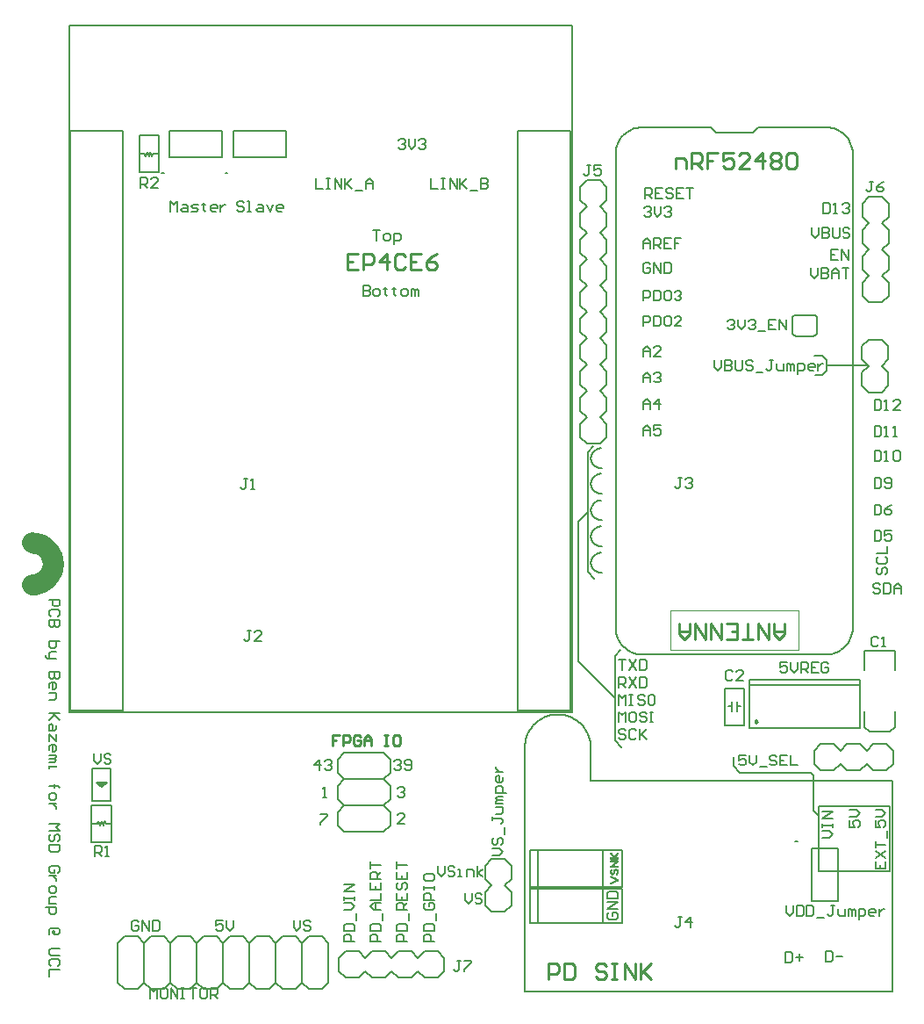
<source format=gto>
G04*
G04 #@! TF.GenerationSoftware,Altium Limited,Altium Designer,23.3.1 (30)*
G04*
G04 Layer_Color=65535*
%FSLAX26Y26*%
%MOIN*%
G70*
G04*
G04 #@! TF.SameCoordinates,AF54F826-5E14-49BB-B143-2C6BD7E0847E*
G04*
G04*
G04 #@! TF.FilePolarity,Positive*
G04*
G01*
G75*
%ADD10C,0.007874*%
%ADD11C,0.006000*%
%ADD12C,0.005906*%
%ADD13C,0.078740*%
%ADD14C,0.009842*%
%ADD15C,0.008000*%
%ADD16C,0.005000*%
%ADD17C,0.003937*%
%ADD18C,0.009055*%
%ADD19C,0.010000*%
G36*
X572718Y-1097671D02*
X573899D01*
Y-1102791D01*
X572718D01*
Y-1103971D01*
X571538D01*
Y-1105551D01*
X570359D01*
Y-1106731D01*
X568779D01*
Y-1107911D01*
X567598D01*
Y-1109091D01*
X566418D01*
Y-1110271D01*
X565239D01*
Y-1111841D01*
X562479D01*
Y-1113031D01*
X571538D01*
Y-1114211D01*
X573899D01*
Y-1120511D01*
X572718D01*
Y-1121691D01*
X541218D01*
Y-1119321D01*
X540038D01*
Y-1116571D01*
X541218D01*
Y-1114211D01*
X543578D01*
Y-1113031D01*
X551458D01*
Y-1111841D01*
X549879D01*
Y-1110271D01*
X548698D01*
Y-1109091D01*
X547519D01*
Y-1107911D01*
X546338D01*
Y-1106731D01*
X543578D01*
Y-1105551D01*
X542399D01*
Y-1103971D01*
X541218D01*
Y-1102791D01*
X540038D01*
Y-1099251D01*
X541218D01*
Y-1097671D01*
X542399D01*
Y-1096491D01*
X547519D01*
Y-1097671D01*
X548698D01*
Y-1099251D01*
X549879D01*
Y-1100431D01*
X551458D01*
Y-1101611D01*
X552639D01*
Y-1102791D01*
X553818D01*
Y-1103971D01*
X554999D01*
Y-1105551D01*
X556178D01*
Y-1106731D01*
X558938D01*
Y-1105551D01*
X560119D01*
Y-1103971D01*
X561298D01*
Y-1102791D01*
X562479D01*
Y-1101611D01*
X564058D01*
Y-1100431D01*
X565239D01*
Y-1099251D01*
X566418D01*
Y-1097671D01*
X567598D01*
Y-1096491D01*
X572718D01*
Y-1097671D01*
D02*
G37*
G36*
X571538Y-1125621D02*
X573899D01*
Y-1131921D01*
X572718D01*
Y-1133101D01*
X571538D01*
Y-1134291D01*
X570359D01*
Y-1135471D01*
X568779D01*
Y-1137041D01*
X566418D01*
Y-1138221D01*
X565239D01*
Y-1139401D01*
X564058D01*
Y-1140581D01*
X561298D01*
Y-1141771D01*
X560119D01*
Y-1143341D01*
X558938D01*
Y-1144521D01*
X556178D01*
Y-1145701D01*
X572718D01*
Y-1146881D01*
X573899D01*
Y-1153181D01*
X572718D01*
Y-1154361D01*
X542399D01*
Y-1153181D01*
X541218D01*
Y-1150821D01*
X540038D01*
Y-1149641D01*
X541218D01*
Y-1146881D01*
X542399D01*
Y-1145701D01*
X543578D01*
Y-1144521D01*
X545159D01*
Y-1143341D01*
X547519D01*
Y-1141771D01*
X548698D01*
Y-1140581D01*
X549879D01*
Y-1139401D01*
X552639D01*
Y-1138221D01*
X553818D01*
Y-1137041D01*
X554999D01*
Y-1135471D01*
X557759D01*
Y-1134291D01*
X558938D01*
Y-1133101D01*
X541218D01*
Y-1129171D01*
X540038D01*
Y-1127991D01*
X541218D01*
Y-1125621D01*
X543578D01*
Y-1124441D01*
X571538D01*
Y-1125621D01*
D02*
G37*
G36*
X567598Y-1158301D02*
X570359D01*
Y-1159481D01*
X571538D01*
Y-1160661D01*
X572718D01*
Y-1163421D01*
X573899D01*
Y-1168541D01*
X575078D01*
Y-1170901D01*
X573899D01*
Y-1174841D01*
X572718D01*
Y-1177201D01*
X571538D01*
Y-1178381D01*
X570359D01*
Y-1179561D01*
X568779D01*
Y-1181141D01*
X564058D01*
Y-1179561D01*
X562479D01*
Y-1174841D01*
X564058D01*
Y-1173261D01*
X565239D01*
Y-1172081D01*
X566418D01*
Y-1165781D01*
X561298D01*
Y-1169721D01*
X560119D01*
Y-1174841D01*
X558938D01*
Y-1177201D01*
X557759D01*
Y-1178381D01*
X556178D01*
Y-1179561D01*
X553818D01*
Y-1181141D01*
X546338D01*
Y-1179561D01*
X543578D01*
Y-1178381D01*
X542399D01*
Y-1176021D01*
X541218D01*
Y-1173261D01*
X540038D01*
Y-1164601D01*
X541218D01*
Y-1162241D01*
X542399D01*
Y-1160661D01*
X543578D01*
Y-1159481D01*
X545159D01*
Y-1158301D01*
X546338D01*
Y-1159481D01*
X548698D01*
Y-1160661D01*
X549879D01*
Y-1165781D01*
X548698D01*
Y-1166961D01*
X547519D01*
Y-1170901D01*
X548698D01*
Y-1172081D01*
X552639D01*
Y-1168541D01*
X553818D01*
Y-1163421D01*
X554999D01*
Y-1160661D01*
X556178D01*
Y-1159481D01*
X557759D01*
Y-1158301D01*
X558938D01*
Y-1157121D01*
X567598D01*
Y-1158301D01*
D02*
G37*
G36*
X547519Y-1184681D02*
X549879D01*
Y-1185861D01*
X552639D01*
Y-1187431D01*
X554999D01*
Y-1188621D01*
X557759D01*
Y-1189801D01*
X560119D01*
Y-1190981D01*
X562479D01*
Y-1192161D01*
X565239D01*
Y-1193731D01*
X567598D01*
Y-1194921D01*
X570359D01*
Y-1196101D01*
X572718D01*
Y-1197281D01*
X573899D01*
Y-1202401D01*
X572718D01*
Y-1204761D01*
X570359D01*
Y-1206331D01*
X566418D01*
Y-1207511D01*
X564058D01*
Y-1208691D01*
X561298D01*
Y-1209881D01*
X558938D01*
Y-1211061D01*
X556178D01*
Y-1212631D01*
X553818D01*
Y-1213811D01*
X551458D01*
Y-1214991D01*
X548698D01*
Y-1216171D01*
X546338D01*
Y-1217361D01*
X542399D01*
Y-1216171D01*
X541218D01*
Y-1213811D01*
X540038D01*
Y-1211061D01*
X541218D01*
Y-1209881D01*
X542399D01*
Y-1208691D01*
X546338D01*
Y-1207511D01*
X548698D01*
Y-1206331D01*
X551458D01*
Y-1204761D01*
X553818D01*
Y-1203581D01*
X556178D01*
Y-1202401D01*
X558938D01*
Y-1201211D01*
X561298D01*
Y-1200031D01*
X560119D01*
Y-1198461D01*
X557759D01*
Y-1197281D01*
X554999D01*
Y-1196101D01*
X551458D01*
Y-1194921D01*
X548698D01*
Y-1193731D01*
X546338D01*
Y-1192161D01*
X543578D01*
Y-1190981D01*
X541218D01*
Y-1189801D01*
X540038D01*
Y-1187431D01*
X541218D01*
Y-1184681D01*
X542399D01*
Y-1183501D01*
X547519D01*
Y-1184681D01*
D02*
G37*
D10*
X1251968Y-1052756D02*
X1244094D01*
X1251968D01*
X-912795Y1485236D02*
X-920669D01*
X-912795D01*
X-1153937D02*
X-1161811D01*
X-1153937D01*
X466969Y-696691D02*
X466571Y-686628D01*
X465364Y-676629D01*
X463356Y-666759D01*
X460561Y-657083D01*
X456995Y-647664D01*
X452683Y-638562D01*
X447651Y-629837D01*
X441934Y-621546D01*
X435568Y-613741D01*
X428594Y-606475D01*
X421058Y-599793D01*
X413008Y-593740D01*
X404497Y-588355D01*
X395580Y-583672D01*
X386316Y-579722D01*
X376763Y-576532D01*
X366984Y-574120D01*
X357043Y-572504D01*
X347004Y-571693D01*
X336933D01*
X326894Y-572504D01*
X316953Y-574120D01*
X307174Y-576532D01*
X297621Y-579722D01*
X288356Y-583672D01*
X279440Y-588355D01*
X270929Y-593740D01*
X262879Y-599793D01*
X255343Y-606475D01*
X248369Y-613741D01*
X242003Y-621546D01*
X236285Y-629837D01*
X231254Y-638562D01*
X226942Y-647664D01*
X223376Y-657083D01*
X220581Y-666759D01*
X218573Y-676629D01*
X217366Y-686628D01*
X216969Y-696691D01*
X505906Y42439D02*
X495984Y41104D01*
X486768Y37192D01*
X478916Y30982D01*
X472985Y22916D01*
X469398Y13570D01*
X468411Y3607D01*
X470093Y-6262D01*
X474325Y-15334D01*
X480806Y-22965D01*
X489074Y-28610D01*
X498541Y-31867D01*
X508532Y-32505D01*
X505906Y142833D02*
X495984Y141497D01*
X486768Y137585D01*
X478916Y131375D01*
X472985Y123310D01*
X469398Y113963D01*
X468411Y104001D01*
X470093Y94132D01*
X474325Y85059D01*
X480806Y77429D01*
X489074Y71784D01*
X498541Y68527D01*
X508532Y67889D01*
X505906Y241258D02*
X495984Y239923D01*
X486768Y236011D01*
X478916Y229801D01*
X472985Y221735D01*
X469398Y212389D01*
X468411Y202426D01*
X470093Y192557D01*
X474325Y183485D01*
X480806Y175854D01*
X489074Y170209D01*
X498541Y166952D01*
X508532Y166314D01*
X505906Y342636D02*
X495984Y341300D01*
X486768Y337388D01*
X478916Y331179D01*
X472985Y323113D01*
X469398Y313767D01*
X468411Y303804D01*
X470093Y293935D01*
X474325Y284863D01*
X480806Y277232D01*
X489074Y271587D01*
X498541Y268330D01*
X508532Y267692D01*
X505906Y439093D02*
X495984Y437757D01*
X486768Y433845D01*
X478916Y427635D01*
X472985Y419570D01*
X469398Y410223D01*
X468411Y400261D01*
X470093Y390392D01*
X474325Y381319D01*
X480806Y373689D01*
X489074Y368044D01*
X498541Y364787D01*
X508532Y364149D01*
X1307087Y-1278347D02*
X1407087D01*
X1307087Y-1078347D02*
X1407087D01*
X1307087Y-1278347D02*
Y-1078347D01*
X1407087Y-1278347D02*
Y-1078347D01*
X-891142Y1644291D02*
X-691142D01*
X-891142Y1544291D02*
X-691142D01*
X-891142D02*
Y1644291D01*
X-691142Y1544291D02*
Y1644291D01*
X-932284Y1544291D02*
Y1644291D01*
X-1132284Y1544291D02*
Y1644291D01*
Y1544291D02*
X-932284D01*
X-1132284Y1644291D02*
X-932284D01*
X237969Y-1231491D02*
X511969D01*
Y-1360491D02*
Y-1231491D01*
Y-1088731D01*
X236379Y-1362041D02*
X586968D01*
Y-1345491D01*
X466969Y-821591D02*
X1366968D01*
X466969D02*
Y-696591D01*
Y-1621591D02*
X1366968D01*
X1613919D01*
X1366968Y-821591D02*
X1613919D01*
X216969Y-1621591D02*
X466969D01*
X1613919D02*
Y-821591D01*
X216969Y-1621591D02*
Y-696691D01*
X1303150Y-793307D02*
X1312008Y-802165D01*
X1008858Y-767716D02*
Y-733268D01*
Y-767716D02*
X1034449Y-793307D01*
X1049213D01*
X421260Y161909D02*
X455709Y196358D01*
X421260Y-371063D02*
Y161909D01*
Y-371063D02*
X559055Y-508858D01*
Y-669291D02*
X584646Y-694882D01*
X559055Y-669291D02*
Y-348425D01*
X580709Y-326772D01*
X455709Y-30512D02*
X480315Y-55118D01*
X455709Y-30512D02*
Y423228D01*
X478346Y445866D01*
Y446850D01*
X1364173Y753937D02*
X1520079D01*
X1318898Y716535D02*
X1345472D01*
X1364173Y735236D01*
Y772638D01*
X1347441Y789370D02*
X1364173Y772638D01*
X1317913Y789370D02*
X1347441D01*
X1312008Y-937008D02*
X1332677Y-957677D01*
X1312008Y-937008D02*
Y-802165D01*
X1049213Y-793307D02*
X1303150D01*
X1602362Y-1165354D02*
Y-920276D01*
X1333661Y-1165354D02*
X1602362D01*
X1333661D02*
Y-920276D01*
X1602362D01*
X-1513063Y-562228D02*
Y2045055D01*
X396386D01*
Y-562228D02*
Y2045055D01*
X-1513063Y-562228D02*
X396386D01*
X191732Y1644488D02*
X391732D01*
Y-555512D02*
Y1644488D01*
X191732Y-555512D02*
Y1644488D01*
Y-555512D02*
X391732D01*
X-1508268D02*
Y1644488D01*
X-1308268Y-555512D02*
Y1644488D01*
X-1508268D02*
X-1308268D01*
X-1508268Y-555512D02*
X-1308268D01*
X1490158Y-624016D02*
Y-438976D01*
X1068898Y-624016D02*
Y-438976D01*
Y-624016D02*
X1490158D01*
X1068898Y-438976D02*
X1490158D01*
X1068898Y-458661D02*
X1490158D01*
X-1206652Y-1649600D02*
Y-1610243D01*
X-1193533Y-1623362D01*
X-1180414Y-1610243D01*
Y-1649600D01*
X-1147616Y-1610243D02*
X-1160735D01*
X-1167294Y-1616802D01*
Y-1643040D01*
X-1160735Y-1649600D01*
X-1147616D01*
X-1141056Y-1643040D01*
Y-1616802D01*
X-1147616Y-1610243D01*
X-1127937Y-1649600D02*
Y-1610243D01*
X-1101699Y-1649600D01*
Y-1610243D01*
X-1088580D02*
X-1075460D01*
X-1082020D01*
Y-1649600D01*
X-1088580D01*
X-1075460D01*
X-1055782Y-1610243D02*
X-1029543D01*
X-1042663D01*
Y-1649600D01*
X-996746Y-1610243D02*
X-1009865D01*
X-1016424Y-1616802D01*
Y-1643040D01*
X-1009865Y-1649600D01*
X-996746D01*
X-990186Y-1643040D01*
Y-1616802D01*
X-996746Y-1610243D01*
X-977067Y-1649600D02*
Y-1610243D01*
X-957388D01*
X-950829Y-1616802D01*
Y-1629921D01*
X-957388Y-1636481D01*
X-977067D01*
X-963948D02*
X-950829Y-1649600D01*
X-661417Y-1354343D02*
Y-1380582D01*
X-648298Y-1393701D01*
X-635179Y-1380582D01*
Y-1354343D01*
X-595822Y-1360903D02*
X-602381Y-1354343D01*
X-615500D01*
X-622060Y-1360903D01*
Y-1367463D01*
X-615500Y-1374022D01*
X-602381D01*
X-595822Y-1380582D01*
Y-1387141D01*
X-602381Y-1393701D01*
X-615500D01*
X-622060Y-1387141D01*
X-930455Y-1354343D02*
X-956693D01*
Y-1374022D01*
X-943574Y-1367463D01*
X-937014D01*
X-930455Y-1374022D01*
Y-1387141D01*
X-937014Y-1393701D01*
X-950133D01*
X-956693Y-1387141D01*
X-917336Y-1354343D02*
Y-1380582D01*
X-904216Y-1393701D01*
X-891097Y-1380582D01*
Y-1354343D01*
X-1249352Y-1360903D02*
X-1255912Y-1354343D01*
X-1269031D01*
X-1275591Y-1360903D01*
Y-1387141D01*
X-1269031Y-1393701D01*
X-1255912D01*
X-1249352Y-1387141D01*
Y-1374022D01*
X-1262472D01*
X-1236233Y-1393701D02*
Y-1354343D01*
X-1209995Y-1393701D01*
Y-1354343D01*
X-1196876D02*
Y-1393701D01*
X-1177197D01*
X-1170638Y-1387141D01*
Y-1360903D01*
X-1177197Y-1354343D01*
X-1196876D01*
X-824155Y-251981D02*
X-837275D01*
X-830715D01*
Y-284779D01*
X-837275Y-291339D01*
X-843834D01*
X-850394Y-284779D01*
X-784798Y-291339D02*
X-811036D01*
X-784798Y-265100D01*
Y-258541D01*
X-791358Y-251981D01*
X-804477D01*
X-811036Y-258541D01*
X-279528Y-750667D02*
X-272968Y-744107D01*
X-259849D01*
X-253289Y-750667D01*
Y-757226D01*
X-259849Y-763786D01*
X-266409D01*
X-259849D01*
X-253289Y-770346D01*
Y-776905D01*
X-259849Y-783465D01*
X-272968D01*
X-279528Y-776905D01*
X-240170D02*
X-233611Y-783465D01*
X-220492D01*
X-213932Y-776905D01*
Y-750667D01*
X-220492Y-744107D01*
X-233611D01*
X-240170Y-750667D01*
Y-757226D01*
X-233611Y-763786D01*
X-213932D01*
X-562999Y-783465D02*
Y-744107D01*
X-582677Y-763786D01*
X-556439D01*
X-543320Y-750667D02*
X-536760Y-744107D01*
X-523641D01*
X-517082Y-750667D01*
Y-757226D01*
X-523641Y-763786D01*
X-530201D01*
X-523641D01*
X-517082Y-770346D01*
Y-776905D01*
X-523641Y-783465D01*
X-536760D01*
X-543320Y-776905D01*
X-559055Y-948832D02*
X-532817D01*
Y-955391D01*
X-559055Y-981629D01*
Y-988189D01*
X-551181Y-885827D02*
X-538062D01*
X-544621D01*
Y-846469D01*
X-551181Y-853029D01*
X-267717D02*
X-261157Y-846469D01*
X-248038D01*
X-241478Y-853029D01*
Y-859589D01*
X-248038Y-866148D01*
X-254597D01*
X-248038D01*
X-241478Y-872708D01*
Y-879267D01*
X-248038Y-885827D01*
X-261157D01*
X-267717Y-879267D01*
X-241478Y-986221D02*
X-267717D01*
X-241478Y-959982D01*
Y-953423D01*
X-248038Y-946863D01*
X-261157D01*
X-267717Y-953423D01*
X-139729Y1462919D02*
Y1423562D01*
X-113491D01*
X-100371Y1462919D02*
X-87252D01*
X-93812D01*
Y1423562D01*
X-100371D01*
X-87252D01*
X-67574D02*
Y1462919D01*
X-41335Y1423562D01*
Y1462919D01*
X-28216D02*
Y1423562D01*
Y1436681D01*
X-1978Y1462919D01*
X-21657Y1443241D01*
X-1978Y1423562D01*
X11141Y1417002D02*
X37379D01*
X50499Y1462919D02*
Y1423562D01*
X70177D01*
X76737Y1430121D01*
Y1436681D01*
X70177Y1443241D01*
X50499D01*
X70177D01*
X76737Y1449800D01*
Y1456360D01*
X70177Y1462919D01*
X50499D01*
X-1243428Y1427172D02*
Y1466529D01*
X-1223749D01*
X-1217189Y1459969D01*
Y1446850D01*
X-1223749Y1440291D01*
X-1243428D01*
X-1230309D02*
X-1217189Y1427172D01*
X-1177832D02*
X-1204070D01*
X-1177832Y1453410D01*
Y1459969D01*
X-1184392Y1466529D01*
X-1197511D01*
X-1204070Y1459969D01*
X-849717Y1371387D02*
X-856277Y1377946D01*
X-869396D01*
X-875956Y1371387D01*
Y1364827D01*
X-869396Y1358268D01*
X-856277D01*
X-849717Y1351708D01*
Y1345149D01*
X-856277Y1338589D01*
X-869396D01*
X-875956Y1345149D01*
X-836598Y1338589D02*
X-823479D01*
X-830039D01*
Y1377946D01*
X-836598D01*
X-797241Y1364827D02*
X-784122D01*
X-777562Y1358268D01*
Y1338589D01*
X-797241D01*
X-803801Y1345149D01*
X-797241Y1351708D01*
X-777562D01*
X-764443Y1364827D02*
X-751324Y1338589D01*
X-738205Y1364827D01*
X-705407Y1338589D02*
X-718526D01*
X-725086Y1345149D01*
Y1358268D01*
X-718526Y1364827D01*
X-705407D01*
X-698847Y1358268D01*
Y1351708D01*
X-725086D01*
X-1128575Y1338589D02*
Y1377946D01*
X-1115456Y1364827D01*
X-1102337Y1377946D01*
Y1338589D01*
X-1082658Y1364827D02*
X-1069539D01*
X-1062979Y1358268D01*
Y1338589D01*
X-1082658D01*
X-1089218Y1345149D01*
X-1082658Y1351708D01*
X-1062979D01*
X-1049860Y1338589D02*
X-1030181D01*
X-1023622Y1345149D01*
X-1030181Y1351708D01*
X-1043301D01*
X-1049860Y1358268D01*
X-1043301Y1364827D01*
X-1023622D01*
X-1003943Y1371387D02*
Y1364827D01*
X-1010503D01*
X-997384D01*
X-1003943D01*
Y1345149D01*
X-997384Y1338589D01*
X-958026D02*
X-971145D01*
X-977705Y1345149D01*
Y1358268D01*
X-971145Y1364827D01*
X-958026D01*
X-951467Y1358268D01*
Y1351708D01*
X-977705D01*
X-938348Y1364827D02*
Y1338589D01*
Y1351708D01*
X-931788Y1358268D01*
X-925229Y1364827D01*
X-918669D01*
X1359252Y-1470485D02*
Y-1509842D01*
X1378931D01*
X1385490Y-1503283D01*
Y-1477045D01*
X1378931Y-1470485D01*
X1359252D01*
X1398609Y-1490164D02*
X1424848D01*
X1207677Y-1473438D02*
Y-1512795D01*
X1227356D01*
X1233915Y-1506236D01*
Y-1479997D01*
X1227356Y-1473438D01*
X1207677D01*
X1247034Y-1493117D02*
X1273273D01*
X1260154Y-1479997D02*
Y-1506236D01*
X535942Y-1321828D02*
X529383Y-1328387D01*
Y-1341506D01*
X535942Y-1348066D01*
X562181D01*
X568740Y-1341506D01*
Y-1328387D01*
X562181Y-1321828D01*
X549062D01*
Y-1334947D01*
X568740Y-1308709D02*
X529383D01*
X568740Y-1282470D01*
X529383D01*
Y-1269351D02*
X568740D01*
Y-1249672D01*
X562181Y-1243113D01*
X535942D01*
X529383Y-1249672D01*
Y-1269351D01*
X-10827Y-1250997D02*
Y-1277235D01*
X2292Y-1290354D01*
X15411Y-1277235D01*
Y-1250997D01*
X54769Y-1257556D02*
X48209Y-1250997D01*
X35090D01*
X28531Y-1257556D01*
Y-1264116D01*
X35090Y-1270676D01*
X48209D01*
X54769Y-1277235D01*
Y-1283795D01*
X48209Y-1290354D01*
X35090D01*
X28531Y-1283795D01*
X-114173Y-1145682D02*
Y-1171920D01*
X-101054Y-1185039D01*
X-87935Y-1171920D01*
Y-1145682D01*
X-48578Y-1152242D02*
X-55137Y-1145682D01*
X-68256D01*
X-74816Y-1152242D01*
Y-1158801D01*
X-68256Y-1165361D01*
X-55137D01*
X-48578Y-1171920D01*
Y-1178480D01*
X-55137Y-1185039D01*
X-68256D01*
X-74816Y-1178480D01*
X-35458Y-1185039D02*
X-22339D01*
X-28899D01*
Y-1158801D01*
X-35458D01*
X-2661Y-1185039D02*
Y-1158801D01*
X17018D01*
X23578Y-1165361D01*
Y-1185039D01*
X36697D02*
Y-1145682D01*
Y-1171920D02*
X56376Y-1158801D01*
X36697Y-1171920D02*
X56376Y-1185039D01*
X-397638Y1057074D02*
Y1017716D01*
X-377959D01*
X-371400Y1024276D01*
Y1030836D01*
X-377959Y1037395D01*
X-397638D01*
X-377959D01*
X-371400Y1043955D01*
Y1050514D01*
X-377959Y1057074D01*
X-397638D01*
X-351721Y1017716D02*
X-338602D01*
X-332042Y1024276D01*
Y1037395D01*
X-338602Y1043955D01*
X-351721D01*
X-358280Y1037395D01*
Y1024276D01*
X-351721Y1017716D01*
X-312363Y1050514D02*
Y1043955D01*
X-318923D01*
X-305804D01*
X-312363D01*
Y1024276D01*
X-305804Y1017716D01*
X-279566Y1050514D02*
Y1043955D01*
X-286125D01*
X-273006D01*
X-279566D01*
Y1024276D01*
X-273006Y1017716D01*
X-246768D02*
X-233649D01*
X-227089Y1024276D01*
Y1037395D01*
X-233649Y1043955D01*
X-246768D01*
X-253327Y1037395D01*
Y1024276D01*
X-246768Y1017716D01*
X-213970D02*
Y1043955D01*
X-207410D01*
X-200851Y1037395D01*
Y1017716D01*
Y1037395D01*
X-194291Y1043955D01*
X-187732Y1037395D01*
Y1017716D01*
X-358268Y1267043D02*
X-332029D01*
X-345149D01*
Y1227686D01*
X-312351D02*
X-299232D01*
X-292672Y1234246D01*
Y1247365D01*
X-299232Y1253924D01*
X-312351D01*
X-318910Y1247365D01*
Y1234246D01*
X-312351Y1227686D01*
X-279553Y1214567D02*
Y1253924D01*
X-259874D01*
X-253315Y1247365D01*
Y1234246D01*
X-259874Y1227686D01*
X-279553D01*
X-1590227Y-134843D02*
X-1550870D01*
Y-154521D01*
X-1557430Y-161081D01*
X-1570549D01*
X-1577108Y-154521D01*
Y-134843D01*
X-1557430Y-200438D02*
X-1550870Y-193879D01*
Y-180760D01*
X-1557430Y-174200D01*
X-1583668D01*
X-1590227Y-180760D01*
Y-193879D01*
X-1583668Y-200438D01*
X-1550870Y-213557D02*
X-1590227D01*
Y-233236D01*
X-1583668Y-239796D01*
X-1577108D01*
X-1570549Y-233236D01*
Y-213557D01*
Y-233236D01*
X-1563989Y-239796D01*
X-1557430D01*
X-1550870Y-233236D01*
Y-213557D01*
Y-292272D02*
X-1590227D01*
Y-311951D01*
X-1583668Y-318510D01*
X-1577108D01*
X-1570549D01*
X-1563989Y-311951D01*
Y-292272D01*
Y-331630D02*
X-1583668D01*
X-1590227Y-338189D01*
Y-357868D01*
X-1596787D01*
X-1603347Y-351308D01*
Y-344749D01*
X-1590227Y-357868D02*
X-1563989D01*
X-1550870Y-410344D02*
X-1590227D01*
Y-430023D01*
X-1583668Y-436583D01*
X-1577108D01*
X-1570549Y-430023D01*
Y-410344D01*
Y-430023D01*
X-1563989Y-436583D01*
X-1557430D01*
X-1550870Y-430023D01*
Y-410344D01*
X-1590227Y-469380D02*
Y-456261D01*
X-1583668Y-449702D01*
X-1570549D01*
X-1563989Y-456261D01*
Y-469380D01*
X-1570549Y-475940D01*
X-1577108D01*
Y-449702D01*
X-1590227Y-489059D02*
X-1563989D01*
Y-508738D01*
X-1570549Y-515297D01*
X-1590227D01*
X-1550870Y-567774D02*
X-1590227D01*
X-1577108D01*
X-1550870Y-594012D01*
X-1570549Y-574334D01*
X-1590227Y-594012D01*
X-1563989Y-613691D02*
Y-626810D01*
X-1570549Y-633370D01*
X-1590227D01*
Y-613691D01*
X-1583668Y-607131D01*
X-1577108Y-613691D01*
Y-633370D01*
X-1563989Y-646489D02*
Y-672727D01*
X-1590227Y-646489D01*
Y-672727D01*
Y-705525D02*
Y-692406D01*
X-1583668Y-685846D01*
X-1570549D01*
X-1563989Y-692406D01*
Y-705525D01*
X-1570549Y-712084D01*
X-1577108D01*
Y-685846D01*
X-1590227Y-725204D02*
X-1563989D01*
Y-731763D01*
X-1570549Y-738323D01*
X-1590227D01*
X-1570549D01*
X-1563989Y-744882D01*
X-1570549Y-751442D01*
X-1590227D01*
Y-764561D02*
Y-777680D01*
Y-771121D01*
X-1563989D01*
Y-764561D01*
X-1590227Y-843276D02*
X-1557430D01*
X-1570549D01*
Y-836716D01*
Y-849835D01*
Y-843276D01*
X-1557430D01*
X-1550870Y-849835D01*
X-1590227Y-876074D02*
Y-889193D01*
X-1583668Y-895752D01*
X-1570549D01*
X-1563989Y-889193D01*
Y-876074D01*
X-1570549Y-869514D01*
X-1583668D01*
X-1590227Y-876074D01*
X-1563989Y-908871D02*
X-1590227D01*
X-1577108D01*
X-1570549Y-915431D01*
X-1563989Y-921990D01*
Y-928550D01*
X-1590227Y-987586D02*
X-1550870D01*
X-1563989Y-1000705D01*
X-1550870Y-1013824D01*
X-1590227D01*
X-1557430Y-1053182D02*
X-1550870Y-1046622D01*
Y-1033503D01*
X-1557430Y-1026944D01*
X-1563989D01*
X-1570549Y-1033503D01*
Y-1046622D01*
X-1577108Y-1053182D01*
X-1583668D01*
X-1590227Y-1046622D01*
Y-1033503D01*
X-1583668Y-1026944D01*
X-1550870Y-1066301D02*
X-1590227D01*
Y-1085980D01*
X-1583668Y-1092539D01*
X-1557430D01*
X-1550870Y-1085980D01*
Y-1066301D01*
X-1557430Y-1171254D02*
X-1550870Y-1164695D01*
Y-1151575D01*
X-1557430Y-1145016D01*
X-1583668D01*
X-1590227Y-1151575D01*
Y-1164695D01*
X-1583668Y-1171254D01*
X-1570549D01*
Y-1158135D01*
X-1563989Y-1184373D02*
X-1590227D01*
X-1577108D01*
X-1570549Y-1190933D01*
X-1563989Y-1197492D01*
Y-1204052D01*
X-1590227Y-1230290D02*
Y-1243409D01*
X-1583668Y-1249969D01*
X-1570549D01*
X-1563989Y-1243409D01*
Y-1230290D01*
X-1570549Y-1223731D01*
X-1583668D01*
X-1590227Y-1230290D01*
X-1563989Y-1263088D02*
X-1583668D01*
X-1590227Y-1269648D01*
Y-1289326D01*
X-1563989D01*
X-1603347Y-1302445D02*
X-1563989D01*
Y-1322124D01*
X-1570549Y-1328684D01*
X-1583668D01*
X-1590227Y-1322124D01*
Y-1302445D01*
X-1577108Y-1400839D02*
X-1570549D01*
Y-1394279D01*
X-1577108D01*
Y-1400839D01*
X-1570549Y-1407398D01*
X-1557430D01*
X-1550870Y-1400839D01*
Y-1387720D01*
X-1557430Y-1381160D01*
X-1583668D01*
X-1590227Y-1387720D01*
Y-1407398D01*
X-1550870Y-1459875D02*
X-1583668D01*
X-1590227Y-1466435D01*
Y-1479554D01*
X-1583668Y-1486113D01*
X-1550870D01*
X-1557430Y-1525471D02*
X-1550870Y-1518911D01*
Y-1505792D01*
X-1557430Y-1499232D01*
X-1583668D01*
X-1590227Y-1505792D01*
Y-1518911D01*
X-1583668Y-1525471D01*
X-1550870Y-1538590D02*
X-1590227D01*
Y-1564828D01*
X813640Y-1338595D02*
X800521D01*
X807080D01*
Y-1371393D01*
X800521Y-1377953D01*
X793961D01*
X787402Y-1371393D01*
X846438Y-1377953D02*
Y-1338595D01*
X826759Y-1358274D01*
X852997D01*
X813640Y326759D02*
X800521D01*
X807080D01*
Y293961D01*
X800521Y287402D01*
X793961D01*
X787402Y293961D01*
X826759Y320199D02*
X833319Y326759D01*
X846438D01*
X852997Y320199D01*
Y313640D01*
X846438Y307080D01*
X839878D01*
X846438D01*
X852997Y300521D01*
Y293961D01*
X846438Y287402D01*
X833319D01*
X826759Y293961D01*
X-835966Y322822D02*
X-849086D01*
X-842526D01*
Y290024D01*
X-849086Y283465D01*
X-855645D01*
X-862205Y290024D01*
X-822847Y283465D02*
X-809728D01*
X-816288D01*
Y322822D01*
X-822847Y316262D01*
X573819Y-364211D02*
X600057D01*
X586938D01*
Y-403569D01*
X613176Y-364211D02*
X639414Y-403569D01*
Y-364211D02*
X613176Y-403569D01*
X652534Y-364211D02*
Y-403569D01*
X672212D01*
X678772Y-397009D01*
Y-370771D01*
X672212Y-364211D01*
X652534D01*
X573819Y-469261D02*
Y-429904D01*
X593498D01*
X600057Y-436463D01*
Y-449582D01*
X593498Y-456142D01*
X573819D01*
X586938D02*
X600057Y-469261D01*
X613176Y-429904D02*
X639414Y-469261D01*
Y-429904D02*
X613176Y-469261D01*
X652534Y-429904D02*
Y-469261D01*
X672212D01*
X678772Y-462702D01*
Y-436463D01*
X672212Y-429904D01*
X652534D01*
X573819Y-534954D02*
Y-495596D01*
X586938Y-508715D01*
X600057Y-495596D01*
Y-534954D01*
X613176Y-495596D02*
X626295D01*
X619736D01*
Y-534954D01*
X613176D01*
X626295D01*
X672212Y-502156D02*
X665653Y-495596D01*
X652534D01*
X645974Y-502156D01*
Y-508715D01*
X652534Y-515275D01*
X665653D01*
X672212Y-521835D01*
Y-528394D01*
X665653Y-534954D01*
X652534D01*
X645974Y-528394D01*
X705010Y-495596D02*
X691891D01*
X685332Y-502156D01*
Y-528394D01*
X691891Y-534954D01*
X705010D01*
X711570Y-528394D01*
Y-502156D01*
X705010Y-495596D01*
X573819Y-600646D02*
Y-561289D01*
X586938Y-574408D01*
X600057Y-561289D01*
Y-600646D01*
X632855Y-561289D02*
X619736D01*
X613176Y-567848D01*
Y-594087D01*
X619736Y-600646D01*
X632855D01*
X639414Y-594087D01*
Y-567848D01*
X632855Y-561289D01*
X678772Y-567848D02*
X672212Y-561289D01*
X659093D01*
X652534Y-567848D01*
Y-574408D01*
X659093Y-580967D01*
X672212D01*
X678772Y-587527D01*
Y-594087D01*
X672212Y-600646D01*
X659093D01*
X652534Y-594087D01*
X691891Y-561289D02*
X705010D01*
X698451D01*
Y-600646D01*
X691891D01*
X705010D01*
X600057Y-633541D02*
X593498Y-626981D01*
X580379D01*
X573819Y-633541D01*
Y-640100D01*
X580379Y-646660D01*
X593498D01*
X600057Y-653220D01*
Y-659779D01*
X593498Y-666339D01*
X580379D01*
X573819Y-659779D01*
X639414Y-633541D02*
X632855Y-626981D01*
X619736D01*
X613176Y-633541D01*
Y-659779D01*
X619736Y-666339D01*
X632855D01*
X639414Y-659779D01*
X652534Y-626981D02*
Y-666339D01*
Y-653220D01*
X678772Y-626981D01*
X659093Y-646660D01*
X678772Y-666339D01*
X667323Y486221D02*
Y512459D01*
X680442Y525578D01*
X693561Y512459D01*
Y486221D01*
Y505899D01*
X667323D01*
X732918Y525578D02*
X706680D01*
Y505899D01*
X719799Y512459D01*
X726359D01*
X732918Y505899D01*
Y492780D01*
X726359Y486221D01*
X713240D01*
X706680Y492780D01*
X667323Y588583D02*
Y614821D01*
X680442Y627940D01*
X693561Y614821D01*
Y588583D01*
Y608261D01*
X667323D01*
X726359Y588583D02*
Y627940D01*
X706680Y608261D01*
X732918D01*
X667323Y688976D02*
Y715215D01*
X680442Y728334D01*
X693561Y715215D01*
Y688976D01*
Y708655D01*
X667323D01*
X706680Y721774D02*
X713240Y728334D01*
X726359D01*
X732918Y721774D01*
Y715215D01*
X726359Y708655D01*
X719799D01*
X726359D01*
X732918Y702096D01*
Y695536D01*
X726359Y688976D01*
X713240D01*
X706680Y695536D01*
X667323Y788386D02*
Y814624D01*
X680442Y827743D01*
X693561Y814624D01*
Y788386D01*
Y808064D01*
X667323D01*
X732918Y788386D02*
X706680D01*
X732918Y814624D01*
Y821184D01*
X726359Y827743D01*
X713240D01*
X706680Y821184D01*
X667323Y902559D02*
Y941916D01*
X687001D01*
X693561Y935357D01*
Y922238D01*
X687001Y915678D01*
X667323D01*
X706680Y941916D02*
Y902559D01*
X726359D01*
X732918Y909119D01*
Y935357D01*
X726359Y941916D01*
X706680D01*
X746038Y935357D02*
X752597Y941916D01*
X765716D01*
X772276Y935357D01*
Y909119D01*
X765716Y902559D01*
X752597D01*
X746038Y909119D01*
Y935357D01*
X811633Y902559D02*
X785395D01*
X811633Y928797D01*
Y935357D01*
X805074Y941916D01*
X791955D01*
X785395Y935357D01*
X667323Y999016D02*
Y1038373D01*
X687001D01*
X693561Y1031813D01*
Y1018694D01*
X687001Y1012135D01*
X667323D01*
X706680Y1038373D02*
Y999016D01*
X726359D01*
X732918Y1005575D01*
Y1031813D01*
X726359Y1038373D01*
X706680D01*
X746038Y1031813D02*
X752597Y1038373D01*
X765716D01*
X772276Y1031813D01*
Y1005575D01*
X765716Y999016D01*
X752597D01*
X746038Y1005575D01*
Y1031813D01*
X785395D02*
X791955Y1038373D01*
X805074D01*
X811633Y1031813D01*
Y1025254D01*
X805074Y1018694D01*
X798514D01*
X805074D01*
X811633Y1012135D01*
Y1005575D01*
X805074Y999016D01*
X791955D01*
X785395Y1005575D01*
X693561Y1138113D02*
X687001Y1144672D01*
X673882D01*
X667323Y1138113D01*
Y1111874D01*
X673882Y1105315D01*
X687001D01*
X693561Y1111874D01*
Y1124994D01*
X680442D01*
X706680Y1105315D02*
Y1144672D01*
X732918Y1105315D01*
Y1144672D01*
X746038D02*
Y1105315D01*
X765716D01*
X772276Y1111874D01*
Y1138113D01*
X765716Y1144672D01*
X746038D01*
X667323Y1197835D02*
Y1224073D01*
X680442Y1237192D01*
X693561Y1224073D01*
Y1197835D01*
Y1217513D01*
X667323D01*
X706680Y1197835D02*
Y1237192D01*
X726359D01*
X732918Y1230632D01*
Y1217513D01*
X726359Y1210954D01*
X706680D01*
X719799D02*
X732918Y1197835D01*
X772276Y1237192D02*
X746038D01*
Y1197835D01*
X772276D01*
X746038Y1217513D02*
X759157D01*
X811633Y1237192D02*
X785395D01*
Y1217513D01*
X798514D01*
X785395D01*
Y1197835D01*
X669291Y1350711D02*
X675851Y1357271D01*
X688970D01*
X695529Y1350711D01*
Y1344152D01*
X688970Y1337592D01*
X682410D01*
X688970D01*
X695529Y1331033D01*
Y1324473D01*
X688970Y1317913D01*
X675851D01*
X669291Y1324473D01*
X708649Y1357271D02*
Y1331033D01*
X721768Y1317913D01*
X734887Y1331033D01*
Y1357271D01*
X748006Y1350711D02*
X754566Y1357271D01*
X767685D01*
X774244Y1350711D01*
Y1344152D01*
X767685Y1337592D01*
X761125D01*
X767685D01*
X774244Y1331033D01*
Y1324473D01*
X767685Y1317913D01*
X754566D01*
X748006Y1324473D01*
X674213Y1387795D02*
Y1427153D01*
X693891D01*
X700451Y1420593D01*
Y1407474D01*
X693891Y1400914D01*
X674213D01*
X687332D02*
X700451Y1387795D01*
X739808Y1427153D02*
X713570D01*
Y1387795D01*
X739808D01*
X713570Y1407474D02*
X726689D01*
X779166Y1420593D02*
X772606Y1427153D01*
X759487D01*
X752927Y1420593D01*
Y1414034D01*
X759487Y1407474D01*
X772606D01*
X779166Y1400914D01*
Y1394355D01*
X772606Y1387795D01*
X759487D01*
X752927Y1394355D01*
X818523Y1427153D02*
X792285D01*
Y1387795D01*
X818523D01*
X792285Y1407474D02*
X805404D01*
X831642Y1427153D02*
X857880D01*
X844761D01*
Y1387795D01*
X1545276Y125972D02*
Y86614D01*
X1564954D01*
X1571514Y93174D01*
Y119412D01*
X1564954Y125972D01*
X1545276D01*
X1610871D02*
X1584633D01*
Y106293D01*
X1597752Y112852D01*
X1604312D01*
X1610871Y106293D01*
Y93174D01*
X1604312Y86614D01*
X1591193D01*
X1584633Y93174D01*
X1545276Y225381D02*
Y186024D01*
X1564954D01*
X1571514Y192583D01*
Y218821D01*
X1564954Y225381D01*
X1545276D01*
X1610871D02*
X1597752Y218821D01*
X1584633Y205702D01*
Y192583D01*
X1591193Y186024D01*
X1604312D01*
X1610871Y192583D01*
Y199143D01*
X1604312Y205702D01*
X1584633D01*
X1545276Y327743D02*
Y288386D01*
X1564954D01*
X1571514Y294945D01*
Y321184D01*
X1564954Y327743D01*
X1545276D01*
X1584633Y294945D02*
X1591193Y288386D01*
X1604312D01*
X1610871Y294945D01*
Y321184D01*
X1604312Y327743D01*
X1591193D01*
X1584633Y321184D01*
Y314624D01*
X1591193Y308065D01*
X1610871D01*
X1545276Y429121D02*
Y389764D01*
X1564954D01*
X1571514Y396323D01*
Y422562D01*
X1564954Y429121D01*
X1545276D01*
X1584633Y389764D02*
X1597752D01*
X1591193D01*
Y429121D01*
X1584633Y422562D01*
X1617431D02*
X1623990Y429121D01*
X1637110D01*
X1643669Y422562D01*
Y396323D01*
X1637110Y389764D01*
X1623990D01*
X1617431Y396323D01*
Y422562D01*
X1545276Y524594D02*
Y485236D01*
X1564954D01*
X1571514Y491796D01*
Y518034D01*
X1564954Y524594D01*
X1545276D01*
X1584633Y485236D02*
X1597752D01*
X1591193D01*
Y524594D01*
X1584633Y518034D01*
X1617431Y485236D02*
X1630550D01*
X1623990D01*
Y524594D01*
X1617431Y518034D01*
X1545276Y623019D02*
Y583661D01*
X1564954D01*
X1571514Y590221D01*
Y616459D01*
X1564954Y623019D01*
X1545276D01*
X1584633Y583661D02*
X1597752D01*
X1591193D01*
Y623019D01*
X1584633Y616459D01*
X1643669Y583661D02*
X1617431D01*
X1643669Y609900D01*
Y616459D01*
X1637110Y623019D01*
X1623990D01*
X1617431Y616459D01*
X1559722Y-13132D02*
X1553162Y-19691D01*
Y-32810D01*
X1559722Y-39370D01*
X1566281D01*
X1572841Y-32810D01*
Y-19691D01*
X1579400Y-13132D01*
X1585960D01*
X1592520Y-19691D01*
Y-32810D01*
X1585960Y-39370D01*
X1559722Y26226D02*
X1553162Y19666D01*
Y6547D01*
X1559722Y-13D01*
X1585960D01*
X1592520Y6547D01*
Y19666D01*
X1585960Y26226D01*
X1553162Y39345D02*
X1592520D01*
Y65583D01*
X1567577Y-79407D02*
X1561017Y-72847D01*
X1547898D01*
X1541339Y-79407D01*
Y-85966D01*
X1547898Y-92526D01*
X1561017D01*
X1567577Y-99086D01*
Y-105645D01*
X1561017Y-112205D01*
X1547898D01*
X1541339Y-105645D01*
X1580696Y-72847D02*
Y-112205D01*
X1600375D01*
X1606934Y-105645D01*
Y-79407D01*
X1600375Y-72847D01*
X1580696D01*
X1620053Y-112205D02*
Y-85966D01*
X1633172Y-72847D01*
X1646292Y-85966D01*
Y-112205D01*
Y-92526D01*
X1620053D01*
X1548571Y-1130220D02*
Y-1156458D01*
X1587929D01*
Y-1130220D01*
X1568250Y-1156458D02*
Y-1143339D01*
X1548571Y-1117100D02*
X1587929Y-1090862D01*
X1548571D02*
X1587929Y-1117100D01*
X1548571Y-1077743D02*
Y-1051505D01*
Y-1064624D01*
X1587929D01*
X1594488Y-1038386D02*
Y-1012147D01*
X1548571Y-972790D02*
Y-999028D01*
X1568250D01*
X1561690Y-985909D01*
Y-979350D01*
X1568250Y-972790D01*
X1581369D01*
X1587929Y-979350D01*
Y-992469D01*
X1581369Y-999028D01*
X1548571Y-959671D02*
X1574810D01*
X1587929Y-946552D01*
X1574810Y-933433D01*
X1548571D01*
X1449816Y-972790D02*
Y-999028D01*
X1469495D01*
X1462935Y-985909D01*
Y-979350D01*
X1469495Y-972790D01*
X1482614D01*
X1489173Y-979350D01*
Y-992469D01*
X1482614Y-999028D01*
X1449816Y-959671D02*
X1476054D01*
X1489173Y-946552D01*
X1476054Y-933433D01*
X1449816D01*
X1348438Y-1038386D02*
X1374676D01*
X1387795Y-1025267D01*
X1374676Y-1012148D01*
X1348438D01*
Y-999028D02*
Y-985909D01*
Y-992469D01*
X1387795D01*
Y-999028D01*
Y-985909D01*
Y-966231D02*
X1348438D01*
X1387795Y-939992D01*
X1348438D01*
X1350394Y1370066D02*
Y1330709D01*
X1370072D01*
X1376632Y1337268D01*
Y1363506D01*
X1370072Y1370066D01*
X1350394D01*
X1389751Y1330709D02*
X1402870D01*
X1396311D01*
Y1370066D01*
X1389751Y1363506D01*
X1422549D02*
X1429109Y1370066D01*
X1442228D01*
X1448787Y1363506D01*
Y1356947D01*
X1442228Y1350387D01*
X1435668D01*
X1442228D01*
X1448787Y1343828D01*
Y1337268D01*
X1442228Y1330709D01*
X1429109D01*
X1422549Y1337268D01*
X1406159Y1194869D02*
X1379921D01*
Y1155512D01*
X1406159D01*
X1379921Y1175190D02*
X1393040D01*
X1419279Y1155512D02*
Y1194869D01*
X1445517Y1155512D01*
Y1194869D01*
X1307087Y1276562D02*
Y1250324D01*
X1320206Y1237205D01*
X1333325Y1250324D01*
Y1276562D01*
X1346444D02*
Y1237205D01*
X1366123D01*
X1372682Y1243764D01*
Y1250324D01*
X1366123Y1256883D01*
X1346444D01*
X1366123D01*
X1372682Y1263443D01*
Y1270003D01*
X1366123Y1276562D01*
X1346444D01*
X1385801D02*
Y1243764D01*
X1392361Y1237205D01*
X1405480D01*
X1412040Y1243764D01*
Y1276562D01*
X1451397Y1270003D02*
X1444838Y1276562D01*
X1431718D01*
X1425159Y1270003D01*
Y1263443D01*
X1431718Y1256883D01*
X1444838D01*
X1451397Y1250324D01*
Y1243764D01*
X1444838Y1237205D01*
X1431718D01*
X1425159Y1243764D01*
X1304134Y1124003D02*
Y1097765D01*
X1317253Y1084646D01*
X1330372Y1097765D01*
Y1124003D01*
X1343491D02*
Y1084646D01*
X1363170D01*
X1369729Y1091205D01*
Y1097765D01*
X1363170Y1104324D01*
X1343491D01*
X1363170D01*
X1369729Y1110884D01*
Y1117444D01*
X1363170Y1124003D01*
X1343491D01*
X1382849Y1084646D02*
Y1110884D01*
X1395968Y1124003D01*
X1409087Y1110884D01*
Y1084646D01*
Y1104324D01*
X1382849D01*
X1422206Y1124003D02*
X1448444D01*
X1435325D01*
Y1084646D01*
X-429788Y-1432086D02*
X-469146D01*
Y-1412408D01*
X-462586Y-1405848D01*
X-449467D01*
X-442907Y-1412408D01*
Y-1432086D01*
X-469146Y-1392729D02*
X-429788D01*
Y-1373050D01*
X-436348Y-1366491D01*
X-462586D01*
X-469146Y-1373050D01*
Y-1392729D01*
X-423228Y-1353372D02*
Y-1327133D01*
X-469146Y-1314014D02*
X-442907D01*
X-429788Y-1300895D01*
X-442907Y-1287776D01*
X-469146D01*
Y-1274657D02*
Y-1261538D01*
Y-1268097D01*
X-429788D01*
Y-1274657D01*
Y-1261538D01*
Y-1241859D02*
X-469146D01*
X-429788Y-1215621D01*
X-469146D01*
X-330378Y-1432086D02*
X-369736D01*
Y-1412408D01*
X-363176Y-1405848D01*
X-350057D01*
X-343498Y-1412408D01*
Y-1432086D01*
X-369736Y-1392729D02*
X-330378D01*
Y-1373050D01*
X-336938Y-1366491D01*
X-363176D01*
X-369736Y-1373050D01*
Y-1392729D01*
X-323819Y-1353372D02*
Y-1327133D01*
X-330378Y-1314014D02*
X-356617D01*
X-369736Y-1300895D01*
X-356617Y-1287776D01*
X-330378D01*
X-350057D01*
Y-1314014D01*
X-369736Y-1274657D02*
X-330378D01*
Y-1248419D01*
X-369736Y-1209061D02*
Y-1235299D01*
X-330378D01*
Y-1209061D01*
X-350057Y-1235299D02*
Y-1222180D01*
X-330378Y-1195942D02*
X-369736D01*
Y-1176263D01*
X-363176Y-1169704D01*
X-350057D01*
X-343498Y-1176263D01*
Y-1195942D01*
Y-1182823D02*
X-330378Y-1169704D01*
X-369736Y-1156585D02*
Y-1130346D01*
Y-1143466D01*
X-330378D01*
X-229001Y-1432086D02*
X-268358D01*
Y-1412408D01*
X-261798Y-1405848D01*
X-248679D01*
X-242120Y-1412408D01*
Y-1432086D01*
X-268358Y-1392729D02*
X-229001D01*
Y-1373050D01*
X-235560Y-1366491D01*
X-261798D01*
X-268358Y-1373050D01*
Y-1392729D01*
X-222441Y-1353372D02*
Y-1327133D01*
X-229001Y-1314014D02*
X-268358D01*
Y-1294336D01*
X-261798Y-1287776D01*
X-248679D01*
X-242120Y-1294336D01*
Y-1314014D01*
Y-1300895D02*
X-229001Y-1287776D01*
X-268358Y-1248419D02*
Y-1274657D01*
X-229001D01*
Y-1248419D01*
X-248679Y-1274657D02*
Y-1261538D01*
X-261798Y-1209061D02*
X-268358Y-1215621D01*
Y-1228740D01*
X-261798Y-1235300D01*
X-255239D01*
X-248679Y-1228740D01*
Y-1215621D01*
X-242120Y-1209061D01*
X-235560D01*
X-229001Y-1215621D01*
Y-1228740D01*
X-235560Y-1235300D01*
X-268358Y-1169704D02*
Y-1195942D01*
X-229001D01*
Y-1169704D01*
X-248679Y-1195942D02*
Y-1182823D01*
X-268358Y-1156585D02*
Y-1130347D01*
Y-1143466D01*
X-229001D01*
X-126638Y-1432086D02*
X-165996D01*
Y-1412408D01*
X-159436Y-1405848D01*
X-146317D01*
X-139758Y-1412408D01*
Y-1432086D01*
X-165996Y-1392729D02*
X-126638D01*
Y-1373050D01*
X-133198Y-1366491D01*
X-159436D01*
X-165996Y-1373050D01*
Y-1392729D01*
X-120079Y-1353372D02*
Y-1327133D01*
X-159436Y-1287776D02*
X-165996Y-1294336D01*
Y-1307455D01*
X-159436Y-1314014D01*
X-133198D01*
X-126638Y-1307455D01*
Y-1294336D01*
X-133198Y-1287776D01*
X-146317D01*
Y-1300895D01*
X-126638Y-1274657D02*
X-165996D01*
Y-1254978D01*
X-159436Y-1248419D01*
X-146317D01*
X-139758Y-1254978D01*
Y-1274657D01*
X-165996Y-1235300D02*
Y-1222180D01*
Y-1228740D01*
X-126638D01*
Y-1235300D01*
Y-1222180D01*
X-165996Y-1182823D02*
Y-1195942D01*
X-159436Y-1202502D01*
X-133198D01*
X-126638Y-1195942D01*
Y-1182823D01*
X-133198Y-1176264D01*
X-159436D01*
X-165996Y-1182823D01*
X1209706Y-1296596D02*
Y-1322835D01*
X1222825Y-1335954D01*
X1235944Y-1322835D01*
Y-1296596D01*
X1249063D02*
Y-1335954D01*
X1268742D01*
X1275302Y-1329394D01*
Y-1303156D01*
X1268742Y-1296596D01*
X1249063D01*
X1288421D02*
Y-1335954D01*
X1308099D01*
X1314659Y-1329394D01*
Y-1303156D01*
X1308099Y-1296596D01*
X1288421D01*
X1327778Y-1342513D02*
X1354016D01*
X1393374Y-1296596D02*
X1380255D01*
X1386814D01*
Y-1329394D01*
X1380255Y-1335954D01*
X1373695D01*
X1367136Y-1329394D01*
X1406493Y-1309716D02*
Y-1329394D01*
X1413053Y-1335954D01*
X1432731D01*
Y-1309716D01*
X1445850Y-1335954D02*
Y-1309716D01*
X1452410D01*
X1458969Y-1316275D01*
Y-1335954D01*
Y-1316275D01*
X1465529Y-1309716D01*
X1472089Y-1316275D01*
Y-1335954D01*
X1485208Y-1349073D02*
Y-1309716D01*
X1504886D01*
X1511446Y-1316275D01*
Y-1329394D01*
X1504886Y-1335954D01*
X1485208D01*
X1544244D02*
X1531125D01*
X1524565Y-1329394D01*
Y-1316275D01*
X1531125Y-1309716D01*
X1544244D01*
X1550803Y-1316275D01*
Y-1322835D01*
X1524565D01*
X1563922Y-1309716D02*
Y-1335954D01*
Y-1322835D01*
X1570482Y-1316275D01*
X1577042Y-1309716D01*
X1583601D01*
X-576737Y1462919D02*
Y1423562D01*
X-550499D01*
X-537379Y1462919D02*
X-524260D01*
X-530820D01*
Y1423562D01*
X-537379D01*
X-524260D01*
X-504582D02*
Y1462919D01*
X-478343Y1423562D01*
Y1462919D01*
X-465224D02*
Y1423562D01*
Y1436681D01*
X-438986Y1462919D01*
X-458664Y1443241D01*
X-438986Y1423562D01*
X-425867Y1417002D02*
X-399628D01*
X-386509Y1423562D02*
Y1449800D01*
X-373390Y1462919D01*
X-360271Y1449800D01*
Y1423562D01*
Y1443241D01*
X-386509D01*
X-264091Y1607607D02*
X-257531Y1614167D01*
X-244412D01*
X-237852Y1607607D01*
Y1601048D01*
X-244412Y1594488D01*
X-250972D01*
X-244412D01*
X-237852Y1587929D01*
Y1581369D01*
X-244412Y1574810D01*
X-257531D01*
X-264091Y1581369D01*
X-224733Y1614167D02*
Y1587929D01*
X-211614Y1574810D01*
X-198495Y1587929D01*
Y1614167D01*
X-185376Y1607607D02*
X-178816Y1614167D01*
X-165697D01*
X-159138Y1607607D01*
Y1601048D01*
X-165697Y1594488D01*
X-172257D01*
X-165697D01*
X-159138Y1587929D01*
Y1581369D01*
X-165697Y1574810D01*
X-178816D01*
X-185376Y1581369D01*
X938059Y773285D02*
Y747047D01*
X951178Y733928D01*
X964297Y747047D01*
Y773285D01*
X977416D02*
Y733928D01*
X997095D01*
X1003654Y740488D01*
Y747047D01*
X997095Y753607D01*
X977416D01*
X997095D01*
X1003654Y760166D01*
Y766726D01*
X997095Y773285D01*
X977416D01*
X1016774D02*
Y740488D01*
X1023333Y733928D01*
X1036452D01*
X1043012Y740488D01*
Y773285D01*
X1082369Y766726D02*
X1075810Y773285D01*
X1062690D01*
X1056131Y766726D01*
Y760166D01*
X1062690Y753607D01*
X1075810D01*
X1082369Y747047D01*
Y740488D01*
X1075810Y733928D01*
X1062690D01*
X1056131Y740488D01*
X1095488Y727369D02*
X1121726D01*
X1161084Y773285D02*
X1147965D01*
X1154524D01*
Y740488D01*
X1147965Y733928D01*
X1141405D01*
X1134846Y740488D01*
X1174203Y760166D02*
Y740488D01*
X1180763Y733928D01*
X1200441D01*
Y760166D01*
X1213561Y733928D02*
Y760166D01*
X1220120D01*
X1226680Y753607D01*
Y733928D01*
Y753607D01*
X1233239Y760166D01*
X1239799Y753607D01*
Y733928D01*
X1252918Y720809D02*
Y760166D01*
X1272597D01*
X1279156Y753607D01*
Y740488D01*
X1272597Y733928D01*
X1252918D01*
X1311954D02*
X1298835D01*
X1292275Y740488D01*
Y753607D01*
X1298835Y760166D01*
X1311954D01*
X1318514Y753607D01*
Y747047D01*
X1292275D01*
X1331633Y760166D02*
Y733928D01*
Y747047D01*
X1338192Y753607D01*
X1344752Y760166D01*
X1351311D01*
X1056458Y-725073D02*
X1030220D01*
Y-744752D01*
X1043339Y-738192D01*
X1049898D01*
X1056458Y-744752D01*
Y-757871D01*
X1049898Y-764430D01*
X1036779D01*
X1030220Y-757871D01*
X1069577Y-725073D02*
Y-751311D01*
X1082696Y-764430D01*
X1095815Y-751311D01*
Y-725073D01*
X1108935Y-770990D02*
X1135173D01*
X1174530Y-731633D02*
X1167971Y-725073D01*
X1154851D01*
X1148292Y-731633D01*
Y-738192D01*
X1154851Y-744752D01*
X1167971D01*
X1174530Y-751311D01*
Y-757871D01*
X1167971Y-764430D01*
X1154851D01*
X1148292Y-757871D01*
X1213888Y-725073D02*
X1187649D01*
Y-764430D01*
X1213888D01*
X1187649Y-744752D02*
X1200768D01*
X1227007Y-725073D02*
Y-764430D01*
X1253245D01*
X-1420593Y-720479D02*
Y-746717D01*
X-1407474Y-759836D01*
X-1394355Y-746717D01*
Y-720479D01*
X-1354997Y-727038D02*
X-1361557Y-720479D01*
X-1374676D01*
X-1381236Y-727038D01*
Y-733598D01*
X-1374676Y-740158D01*
X-1361557D01*
X-1354997Y-746717D01*
Y-753277D01*
X-1361557Y-759836D01*
X-1374676D01*
X-1381236Y-753277D01*
X94825Y-1105261D02*
X121063D01*
X134182Y-1092142D01*
X121063Y-1079023D01*
X94825D01*
X101384Y-1039665D02*
X94825Y-1046225D01*
Y-1059344D01*
X101384Y-1065904D01*
X107944D01*
X114503Y-1059344D01*
Y-1046225D01*
X121063Y-1039665D01*
X127623D01*
X134182Y-1046225D01*
Y-1059344D01*
X127623Y-1065904D01*
X140742Y-1026546D02*
Y-1000308D01*
X94825Y-960951D02*
Y-974070D01*
Y-967510D01*
X127623D01*
X134182Y-974070D01*
Y-980629D01*
X127623Y-987189D01*
X107944Y-947831D02*
X127623D01*
X134182Y-941272D01*
Y-921593D01*
X107944D01*
X134182Y-908474D02*
X107944D01*
Y-901914D01*
X114503Y-895355D01*
X134182D01*
X114503D01*
X107944Y-888795D01*
X114503Y-882236D01*
X134182D01*
X147301Y-869117D02*
X107944D01*
Y-849438D01*
X114503Y-842878D01*
X127623D01*
X134182Y-849438D01*
Y-869117D01*
Y-810081D02*
Y-823200D01*
X127623Y-829759D01*
X114503D01*
X107944Y-823200D01*
Y-810081D01*
X114503Y-803521D01*
X121063D01*
Y-829759D01*
X107944Y-790402D02*
X134182D01*
X121063D01*
X114503Y-783842D01*
X107944Y-777283D01*
Y-770723D01*
X1213932Y-374022D02*
X1187694D01*
Y-393701D01*
X1200813Y-387141D01*
X1207372D01*
X1213932Y-393701D01*
Y-406820D01*
X1207372Y-413380D01*
X1194253D01*
X1187694Y-406820D01*
X1227051Y-374022D02*
Y-400260D01*
X1240170Y-413380D01*
X1253289Y-400260D01*
Y-374022D01*
X1266409Y-413380D02*
Y-374022D01*
X1286087D01*
X1292647Y-380582D01*
Y-393701D01*
X1286087Y-400260D01*
X1266409D01*
X1279528D02*
X1292647Y-413380D01*
X1332004Y-374022D02*
X1305766D01*
Y-413380D01*
X1332004D01*
X1305766Y-393701D02*
X1318885D01*
X1371361Y-380582D02*
X1364802Y-374022D01*
X1351683D01*
X1345123Y-380582D01*
Y-406820D01*
X1351683Y-413380D01*
X1364802D01*
X1371361Y-406820D01*
Y-393701D01*
X1358242D01*
X-1416986Y-1110230D02*
Y-1070872D01*
X-1397307D01*
X-1390748Y-1077432D01*
Y-1090551D01*
X-1397307Y-1097111D01*
X-1416986D01*
X-1403867D02*
X-1390748Y-1110230D01*
X-1377629D02*
X-1364510D01*
X-1371069D01*
Y-1070872D01*
X-1377629Y-1077432D01*
X1539700Y1451765D02*
X1526581D01*
X1533141D01*
Y1418967D01*
X1526581Y1412408D01*
X1520022D01*
X1513462Y1418967D01*
X1579058Y1451765D02*
X1565938Y1445206D01*
X1552819Y1432087D01*
Y1418967D01*
X1559379Y1412408D01*
X1572498D01*
X1579058Y1418967D01*
Y1425527D01*
X1572498Y1432087D01*
X1552819D01*
X-26245Y-1505912D02*
X-39364D01*
X-32804D01*
Y-1538710D01*
X-39364Y-1545269D01*
X-45923D01*
X-52483Y-1538710D01*
X-13125Y-1505912D02*
X13113D01*
Y-1512472D01*
X-13125Y-1538710D01*
Y-1545269D01*
X466866Y1513773D02*
X453747D01*
X460306D01*
Y1480975D01*
X453747Y1474416D01*
X447187D01*
X440627Y1480975D01*
X506223Y1513773D02*
X479985D01*
Y1494094D01*
X493104Y1500654D01*
X499663D01*
X506223Y1494094D01*
Y1480975D01*
X499663Y1474416D01*
X486544D01*
X479985Y1480975D01*
X1559055Y-281172D02*
X1552496Y-274613D01*
X1539377D01*
X1532817Y-281172D01*
Y-307410D01*
X1539377Y-313970D01*
X1552496D01*
X1559055Y-307410D01*
X1572174Y-313970D02*
X1585293D01*
X1578734D01*
Y-274613D01*
X1572174Y-281172D01*
X1007220Y-410109D02*
X1000660Y-403550D01*
X987541D01*
X980982Y-410109D01*
Y-436347D01*
X987541Y-442907D01*
X1000660D01*
X1007220Y-436347D01*
X1046577Y-442907D02*
X1020339D01*
X1046577Y-416669D01*
Y-410109D01*
X1040018Y-403550D01*
X1026899D01*
X1020339Y-410109D01*
X986913Y921911D02*
X993472Y928470D01*
X1006591D01*
X1013151Y921911D01*
Y915351D01*
X1006591Y908792D01*
X1000032D01*
X1006591D01*
X1013151Y902232D01*
Y895673D01*
X1006591Y889113D01*
X993472D01*
X986913Y895673D01*
X1026270Y928470D02*
Y902232D01*
X1039389Y889113D01*
X1052508Y902232D01*
Y928470D01*
X1065627Y921911D02*
X1072187Y928470D01*
X1085306D01*
X1091866Y921911D01*
Y915351D01*
X1085306Y908792D01*
X1078746D01*
X1085306D01*
X1091866Y902232D01*
Y895673D01*
X1085306Y889113D01*
X1072187D01*
X1065627Y895673D01*
X1104985Y882553D02*
X1131223D01*
X1170580Y928470D02*
X1144342D01*
Y889113D01*
X1170580D01*
X1144342Y908792D02*
X1157461D01*
X1183700Y889113D02*
Y928470D01*
X1209938Y889113D01*
Y928470D01*
D11*
X1231842Y883512D02*
X1234254Y874512D01*
X1240842Y867923D01*
X1249842Y865512D01*
X1309842D02*
X1318842Y867923D01*
X1325431Y874512D01*
X1327842Y883512D01*
Y927512D02*
X1325431Y936512D01*
X1318842Y943100D01*
X1309842Y945512D01*
X1249842D02*
X1240842Y943100D01*
X1234254Y936512D01*
X1231842Y927512D01*
X1249842Y865512D02*
X1309842D01*
X1249842Y945512D02*
X1309842D01*
X1231842Y883512D02*
Y927512D01*
X1327842Y883512D02*
Y927512D01*
D12*
X562402Y-243110D02*
X562883Y-252912D01*
X564323Y-262619D01*
X566708Y-272139D01*
X570014Y-281378D01*
X574210Y-290250D01*
X579255Y-298667D01*
X585101Y-306550D01*
X591691Y-313821D01*
X598962Y-320411D01*
X606845Y-326257D01*
X615262Y-331302D01*
X624133Y-335498D01*
X633373Y-338804D01*
X642893Y-341189D01*
X652600Y-342629D01*
X662402Y-343110D01*
X1362402D02*
X1372203Y-342629D01*
X1381911Y-341189D01*
X1391430Y-338804D01*
X1400670Y-335498D01*
X1409541Y-331302D01*
X1417959Y-326257D01*
X1425841Y-320411D01*
X1433112Y-313821D01*
X1439703Y-306550D01*
X1445549Y-298667D01*
X1450594Y-290250D01*
X1454790Y-281378D01*
X1458096Y-272139D01*
X1460480Y-262619D01*
X1461920Y-252912D01*
X1462402Y-243110D01*
Y1556890D02*
X1461920Y1566691D01*
X1460480Y1576399D01*
X1458096Y1585918D01*
X1454790Y1595158D01*
X1450594Y1604030D01*
X1445549Y1612447D01*
X1439703Y1620329D01*
X1433112Y1627601D01*
X1425841Y1634191D01*
X1417959Y1640037D01*
X1409541Y1645082D01*
X1400670Y1649278D01*
X1391430Y1652584D01*
X1381911Y1654968D01*
X1372203Y1656408D01*
X1362402Y1656890D01*
X662402D02*
X652600Y1656408D01*
X642893Y1654968D01*
X633373Y1652584D01*
X624133Y1649278D01*
X615262Y1645082D01*
X606845Y1640037D01*
X598962Y1634191D01*
X591691Y1627601D01*
X585101Y1620329D01*
X579255Y1612447D01*
X574210Y1604030D01*
X570014Y1595158D01*
X566708Y1585918D01*
X564323Y1576399D01*
X562883Y1566691D01*
X562402Y1556890D01*
Y-243110D02*
Y1556890D01*
X662402Y-343110D02*
X1362402D01*
X1462402Y-243110D02*
Y1556890D01*
X1102402Y1656890D02*
X1362402D01*
X1082402Y1636890D02*
X1102402Y1656890D01*
X942402Y1636890D02*
X1082402D01*
X922402Y1656890D02*
X942402Y1636890D01*
X662402Y1656890D02*
X922402D01*
D13*
X-1653543Y-79353D02*
X-1643598Y-78727D01*
X-1633809Y-76860D01*
X-1624332Y-73780D01*
X-1615315Y-69537D01*
X-1606901Y-64198D01*
X-1599222Y-57846D01*
X-1592401Y-50581D01*
X-1586543Y-42519D01*
X-1581743Y-33787D01*
X-1578074Y-24521D01*
X-1575596Y-14869D01*
X-1574347Y-4982D01*
Y4983D01*
X-1575596Y14870D01*
X-1578074Y24522D01*
X-1581743Y33787D01*
X-1586544Y42520D01*
X-1592401Y50582D01*
X-1599223Y57846D01*
X-1606901Y64198D01*
X-1615315Y69538D01*
X-1624332Y73781D01*
X-1633809Y76860D01*
X-1643598Y78727D01*
X-1653543Y79353D01*
D14*
X1099409Y-598425D02*
X1092028Y-594163D01*
Y-602687D01*
X1099409Y-598425D01*
D15*
X-1204134Y-1413976D02*
X-1154134D01*
X-1204134Y-1613976D02*
X-1154134D01*
X-1004134D02*
X-954134D01*
X-604134Y-1413976D02*
X-554134D01*
X-629134Y-1438976D02*
X-604134Y-1413976D01*
X-804134Y-1613976D02*
X-754134D01*
X-1229134Y-1438976D02*
X-1204134Y-1413976D01*
X-1104134D02*
X-1054134D01*
X-1029134Y-1588976D02*
Y-1438976D01*
Y-1588976D02*
X-1004134Y-1613976D01*
X-929134Y-1438976D02*
X-904134Y-1413976D01*
X-554134D02*
X-529134Y-1438976D01*
X-829134Y-1588976D02*
X-804134Y-1613976D01*
X-629134Y-1588976D02*
X-604134Y-1613976D01*
X-1229134Y-1588976D02*
X-1204134Y-1613976D01*
X-1154134Y-1413976D02*
X-1129134Y-1438976D01*
Y-1588976D02*
Y-1438976D01*
X-1004134Y-1413976D02*
X-954134D01*
X-929134Y-1438976D01*
X-854134Y-1613976D02*
X-829134Y-1588976D01*
X-654134Y-1413976D02*
X-629134Y-1438976D01*
X-654134Y-1613976D02*
X-629134Y-1588976D01*
X-1254134Y-1613976D02*
X-1229134Y-1588976D01*
X-1054134Y-1613976D02*
X-1029134Y-1588976D01*
Y-1438976D02*
X-1004134Y-1413976D01*
X-529134Y-1588976D02*
Y-1438976D01*
X-629134Y-1588976D02*
Y-1438976D01*
X-729134D02*
X-704134Y-1413976D01*
X-1304134Y-1613976D02*
X-1254134D01*
X-1229134Y-1588976D02*
Y-1438976D01*
X-1104134Y-1613976D02*
X-1054134D01*
X-904134Y-1413976D02*
X-854134D01*
X-904134Y-1613976D02*
X-854134D01*
X-554134D02*
X-529134Y-1588976D01*
X-754134Y-1413976D02*
X-729134Y-1438976D01*
X-704134Y-1613976D02*
X-654134D01*
X-1329134Y-1588976D02*
Y-1438976D01*
X-1129134Y-1588976D02*
X-1104134Y-1613976D01*
X-1054134Y-1413976D02*
X-1029134Y-1438976D01*
X-929134Y-1588976D02*
X-904134Y-1613976D01*
X-804134Y-1413976D02*
X-754134D01*
X-729134Y-1588976D02*
Y-1438976D01*
Y-1588976D02*
X-704134Y-1613976D01*
X-1329134Y-1438976D02*
X-1304134Y-1413976D01*
X-1329134Y-1588976D02*
X-1304134Y-1613976D01*
Y-1413976D02*
X-1254134D01*
X-1129134Y-1438976D02*
X-1104134Y-1413976D01*
X-829134Y-1588976D02*
Y-1438976D01*
X-804134Y-1413976D01*
X-754134Y-1613976D02*
X-729134Y-1588976D01*
X-1254134Y-1413976D02*
X-1229134Y-1438976D01*
X-1154134Y-1613976D02*
X-1129134Y-1588976D01*
X-954134Y-1613976D02*
X-929134Y-1588976D01*
Y-1438976D01*
X-854134Y-1413976D02*
X-829134Y-1438976D01*
X-604134Y-1613976D02*
X-554134D01*
X-704134Y-1413976D02*
X-654134D01*
X-469488Y-916142D02*
X-319488D01*
X-469488Y-716142D02*
X-319488D01*
Y-916142D02*
X-294488Y-891142D01*
X-494488Y-791142D02*
X-469488Y-816142D01*
X-494488Y-891142D02*
X-469488Y-916142D01*
X-319488Y-716142D02*
X-294488Y-741142D01*
X-469488Y-816142D02*
X-319488D01*
Y-1016142D02*
X-294488Y-991142D01*
Y-891142D02*
Y-841142D01*
Y-791142D02*
Y-741142D01*
X-494488Y-791142D02*
Y-741142D01*
Y-841142D02*
X-469488Y-816142D01*
X-494488Y-891142D02*
Y-841142D01*
Y-991142D02*
X-469488Y-1016142D01*
X-294488Y-991142D02*
Y-941142D01*
X-494488Y-741142D02*
X-469488Y-716142D01*
X-319488Y-816142D02*
X-294488Y-841142D01*
X-494488Y-991142D02*
Y-941142D01*
X-319488Y-916142D02*
X-294488Y-941142D01*
X-319488Y-816142D02*
X-294488Y-791142D01*
X-469488Y-1016142D02*
X-319488D01*
X-494488Y-941142D02*
X-469488Y-916142D01*
X511969Y-1231491D02*
X586968D01*
X235238Y-1360901D02*
X236379Y-1362041D01*
X235238Y-1360901D02*
Y-1087591D01*
X586968Y-1356491D02*
Y-1231491D01*
X236969Y-1226491D02*
X586968D01*
Y-1087491D01*
X506969D02*
X586968D01*
X235238Y-1087591D02*
X266728D01*
X510829D01*
X266728Y-1361491D02*
Y-1087591D01*
X1574134Y1092716D02*
X1599134Y1117716D01*
X1499134Y1217716D02*
X1524134Y1192716D01*
X1499134Y1317716D02*
X1524134Y1292716D01*
Y992716D02*
X1574134D01*
X1499134Y1117716D02*
X1524134Y1092716D01*
X1574134Y1292716D02*
X1599134Y1317716D01*
X1499134Y1217716D02*
Y1267716D01*
Y1017716D02*
X1524134Y992716D01*
X1499134Y1117716D02*
Y1167716D01*
X1599134Y1317716D02*
Y1367716D01*
X1499134Y1267716D02*
X1524134Y1292716D01*
X1574134D02*
X1599134Y1267716D01*
X1499134Y1317716D02*
Y1367716D01*
X1574134Y992716D02*
X1599134Y1017716D01*
X1499134Y1167716D02*
X1524134Y1192716D01*
X1574134D02*
X1599134Y1167716D01*
Y1017716D02*
Y1067716D01*
X1499134Y1017716D02*
Y1067716D01*
X1599134Y1217716D02*
Y1267716D01*
Y1117716D02*
Y1167716D01*
X1499134Y1367716D02*
X1524134Y1392716D01*
X1499134Y1067716D02*
X1524134Y1092716D01*
X1574134Y1192716D02*
X1599134Y1217716D01*
X1574134Y1392716D02*
X1599134Y1367716D01*
X1524134Y1392716D02*
X1574134D01*
Y1092716D02*
X1599134Y1067716D01*
X-188976Y-1495827D02*
X-163976Y-1470827D01*
X-488976Y-1545827D02*
Y-1495827D01*
X-463976Y-1470827D01*
X-313976D02*
X-288976Y-1495827D01*
X-188976Y-1545827D02*
X-163976Y-1570827D01*
X-488976Y-1545827D02*
X-463976Y-1570827D01*
X-263976Y-1470827D02*
X-213976D01*
X-363976D02*
X-313976D01*
X-163976Y-1570827D02*
X-113976D01*
X-163976Y-1470827D02*
X-113976D01*
X-288976Y-1495827D02*
X-263976Y-1470827D01*
X-288976Y-1545827D02*
X-263976Y-1570827D01*
X-113976Y-1470827D02*
X-88976Y-1495827D01*
X-463976Y-1570827D02*
X-413976D01*
X-388976Y-1495827D02*
X-363976Y-1470827D01*
X-388976Y-1545827D02*
X-363976Y-1570827D01*
X-463976Y-1470827D02*
X-413976D01*
X-263976Y-1570827D02*
X-213976D01*
X-113976D02*
X-88976Y-1545827D01*
X-363976Y-1570827D02*
X-313976D01*
X-413976Y-1470827D02*
X-388976Y-1495827D01*
X-213976Y-1570827D02*
X-188976Y-1545827D01*
X-88976D02*
Y-1495827D01*
X-413976Y-1570827D02*
X-388976Y-1545827D01*
X-313976Y-1570827D02*
X-288976Y-1545827D01*
X-213976Y-1470827D02*
X-188976Y-1495827D01*
X1497244Y676772D02*
Y726772D01*
X1522244Y751772D01*
X1572244D02*
X1597244Y726772D01*
X1497244Y776772D02*
X1522244Y751772D01*
X1497244Y776772D02*
Y826772D01*
X1522244Y851772D01*
X1572244D02*
X1597244Y826772D01*
Y776772D02*
Y826772D01*
X1572244Y751772D02*
X1597244Y776772D01*
X1522244Y651772D02*
X1572244D01*
X1497244Y676772D02*
X1522244Y651772D01*
X1572244D02*
X1597244Y676772D01*
Y726772D01*
X1522244Y851772D02*
X1572244D01*
X527284Y780709D02*
Y830709D01*
X502284Y755709D02*
X527284Y780709D01*
X427284D02*
X452284Y755709D01*
X502284Y955709D02*
X527284Y930709D01*
Y880709D02*
Y930709D01*
X502284Y855709D02*
X527284Y880709D01*
X427284D02*
X452284Y855709D01*
X427284Y880709D02*
Y930709D01*
X452284Y955709D01*
X502284Y855709D02*
X527284Y830709D01*
X427284D02*
X452284Y855709D01*
X427284Y780709D02*
Y830709D01*
X527284Y1080709D02*
Y1130709D01*
X502284Y1055709D02*
X527284Y1080709D01*
X427284D02*
X452284Y1055709D01*
X502284D02*
X527284Y1030709D01*
Y980709D02*
Y1030709D01*
X502284Y955709D02*
X527284Y980709D01*
X427284D02*
X452284Y955709D01*
X427284Y980709D02*
Y1030709D01*
X452284Y1055709D01*
X502284Y1255709D02*
X527284Y1230709D01*
Y1180709D02*
Y1230709D01*
X502284Y1155709D02*
X527284Y1180709D01*
X427284D02*
X452284Y1155709D01*
X427284Y1180709D02*
Y1230709D01*
X452284Y1255709D01*
X502284Y1155709D02*
X527284Y1130709D01*
X427284D02*
X452284Y1155709D01*
X427284Y1080709D02*
Y1130709D01*
X527284Y1380709D02*
Y1430709D01*
X502284Y1355709D02*
X527284Y1380709D01*
X427284D02*
X452284Y1355709D01*
X502284D02*
X527284Y1330709D01*
Y1280709D02*
Y1330709D01*
X502284Y1255709D02*
X527284Y1280709D01*
X427284D02*
X452284Y1255709D01*
X427284Y1280709D02*
Y1330709D01*
X452284Y1355709D01*
Y1455709D02*
X502284D01*
X527284Y1430709D01*
X427284D02*
X452284Y1455709D01*
X427284Y1380709D02*
Y1430709D01*
X527284Y680709D02*
Y730709D01*
X502284Y655709D02*
X527284Y680709D01*
X427284D02*
X452284Y655709D01*
X502284Y755709D02*
X527284Y730709D01*
X427284D02*
X452284Y755709D01*
X427284Y680709D02*
Y730709D01*
X527284Y580709D02*
Y630709D01*
X502284Y555709D02*
X527284Y580709D01*
X427284D02*
X452284Y555709D01*
X502284Y655709D02*
X527284Y630709D01*
X427284D02*
X452284Y655709D01*
X427284Y580709D02*
Y630709D01*
X527284Y480709D02*
Y530709D01*
X502284Y455709D02*
X527284Y480709D01*
X452284Y455709D02*
X502284D01*
X427284Y480709D02*
X452284Y455709D01*
X502284Y555709D02*
X527284Y530709D01*
X427284D02*
X452284Y555709D01*
X427284Y480709D02*
Y530709D01*
X1316535Y-758346D02*
Y-708346D01*
X1516535Y-758346D02*
X1541535Y-783346D01*
X1341535D02*
X1391535D01*
X1416535Y-708346D02*
X1441535Y-683346D01*
X1541535Y-783346D02*
X1591535D01*
X1391535D02*
X1416535Y-758346D01*
X1541535Y-683346D02*
X1591535D01*
X1391535D02*
X1416535Y-708346D01*
Y-758346D02*
X1441535Y-783346D01*
X1591535Y-683346D02*
X1616535Y-708346D01*
X1441535Y-783346D02*
X1491535D01*
X1341535Y-683346D02*
X1391535D01*
X1591535Y-783346D02*
X1616535Y-758346D01*
X1316535Y-708346D02*
X1341535Y-683346D01*
X1491535Y-783346D02*
X1516535Y-758346D01*
Y-708346D02*
X1541535Y-683346D01*
X1616535Y-758346D02*
Y-708346D01*
X1316535Y-758346D02*
X1341535Y-783346D01*
X1491535Y-683346D02*
X1516535Y-708346D01*
X1441535Y-683346D02*
X1491535D01*
X165157Y-1195276D02*
Y-1145276D01*
X140157Y-1220276D02*
X165157Y-1195276D01*
X65157D02*
X90157Y-1220276D01*
X140157D02*
X165157Y-1245276D01*
Y-1295276D02*
Y-1245276D01*
X140157Y-1320276D02*
X165157Y-1295276D01*
X65157D02*
X90157Y-1320276D01*
X65157Y-1295276D02*
Y-1245276D01*
X90157Y-1220276D01*
Y-1120276D02*
X140157D01*
X165157Y-1145276D01*
X65157D02*
X90157Y-1120276D01*
X65157Y-1195276D02*
Y-1145276D01*
X90157Y-1320276D02*
X140157D01*
D16*
X-1247047Y1555748D02*
X-1228882D01*
X-1222882Y1545748D01*
X-1217882Y1562748D01*
X-1210882Y1545748D01*
X-1204882Y1562748D01*
X-1199055Y1545906D01*
X-1195118Y1555748D01*
X-1174213D01*
X-1248130Y1485748D02*
Y1625748D01*
Y1485748D02*
X-1173130D01*
Y1625748D01*
X-1248130D02*
X-1173130D01*
X1525591Y-636223D02*
X1604331D01*
X1505901Y-620083D02*
Y-561024D01*
Y-620083D02*
X1525591Y-636223D01*
X1604331D01*
X1624021Y-620083D01*
Y-561024D01*
X1505901Y-403543D02*
Y-328344D01*
X1624021D01*
Y-403543D02*
Y-328344D01*
X-1425748Y-901083D02*
X-1355748D01*
X-1425748D02*
Y-776083D01*
X-1355748D01*
Y-901083D02*
Y-776083D01*
X-1380748Y-831083D02*
X-1370748D01*
X-1390748D02*
X-1380748D01*
X-1400748D02*
X-1390748D01*
X-1410748D02*
X-1400748D01*
X-1410748D02*
X-1400748Y-838583D01*
X-1390748Y-846083D01*
X-1370748Y-831083D01*
X-1393248Y-843583D02*
X-1370748Y-831083D01*
X-1393248Y-843583D02*
X-1380748Y-831083D01*
X-1395748Y-841083D02*
X-1380748Y-831083D01*
X-1395748Y-841083D02*
X-1390748Y-831083D01*
X-1400748Y-838583D02*
X-1390748Y-831083D01*
X-1400748Y-838583D02*
Y-831083D01*
X-1428248Y-1056220D02*
X-1353248D01*
X-1428248D02*
Y-916221D01*
X-1353248D01*
Y-1056220D02*
Y-916221D01*
X-1427165Y-986221D02*
X-1406260D01*
X-1402323Y-976378D01*
X-1396496Y-993221D01*
X-1390496Y-976221D01*
X-1383496Y-993221D01*
X-1378496Y-976221D01*
X-1372496Y-986221D01*
X-1354331D01*
X1003094Y-559339D02*
Y-524339D01*
X1022779Y-559339D02*
Y-524339D01*
X1024606Y-540354D02*
X1036417D01*
X976279Y-471339D02*
X1051280D01*
Y-611339D02*
Y-471339D01*
X976279Y-611339D02*
X1051280D01*
X976279D02*
Y-471339D01*
X991142Y-540354D02*
X1002953D01*
D17*
X768701Y-175394D02*
X1256890D01*
X768701Y-325000D02*
X1256890D01*
Y-175394D01*
X768701Y-325000D02*
Y-175394D01*
D18*
X-485532Y-649613D02*
X-511770D01*
Y-669291D01*
X-498651D01*
X-511770D01*
Y-688970D01*
X-472412D02*
Y-649613D01*
X-452734D01*
X-446174Y-656172D01*
Y-669291D01*
X-452734Y-675851D01*
X-472412D01*
X-406817Y-656172D02*
X-413376Y-649613D01*
X-426495D01*
X-433055Y-656172D01*
Y-682410D01*
X-426495Y-688970D01*
X-413376D01*
X-406817Y-682410D01*
Y-669291D01*
X-419936D01*
X-393698Y-688970D02*
Y-662732D01*
X-380579Y-649613D01*
X-367459Y-662732D01*
Y-688970D01*
Y-669291D01*
X-393698D01*
X-314983Y-649613D02*
X-301864D01*
X-308423D01*
Y-688970D01*
X-314983D01*
X-301864D01*
X-262506Y-649613D02*
X-275625D01*
X-282185Y-656172D01*
Y-682410D01*
X-275625Y-688970D01*
X-262506D01*
X-255947Y-682410D01*
Y-656172D01*
X-262506Y-649613D01*
D19*
X1203583Y-224764D02*
Y-264751D01*
X1183589Y-284744D01*
X1163596Y-264751D01*
Y-224764D01*
Y-254754D01*
X1203583D01*
X1143602Y-224764D02*
Y-284744D01*
X1103615Y-224764D01*
Y-284744D01*
X1083622D02*
X1043634D01*
X1063628D01*
Y-224764D01*
X983654Y-284744D02*
X1023641D01*
Y-224764D01*
X983654D01*
X1023641Y-254754D02*
X1003648D01*
X963660Y-224764D02*
Y-284744D01*
X923673Y-224764D01*
Y-284744D01*
X903680Y-224764D02*
Y-284744D01*
X863693Y-224764D01*
Y-284744D01*
X843699Y-224764D02*
Y-264751D01*
X823706Y-284744D01*
X803712Y-264751D01*
Y-224764D01*
Y-254754D01*
X843699D01*
X307032Y-1575266D02*
Y-1515285D01*
X337022D01*
X347019Y-1525282D01*
Y-1545276D01*
X337022Y-1555272D01*
X307032D01*
X367012Y-1515285D02*
Y-1575266D01*
X397002D01*
X406999Y-1565269D01*
Y-1525282D01*
X397002Y-1515285D01*
X367012D01*
X526961Y-1525282D02*
X516964Y-1515285D01*
X496970D01*
X486973Y-1525282D01*
Y-1535279D01*
X496970Y-1545276D01*
X516964D01*
X526961Y-1555272D01*
Y-1565269D01*
X516964Y-1575266D01*
X496970D01*
X486973Y-1565269D01*
X546954Y-1515285D02*
X566947D01*
X556951D01*
Y-1575266D01*
X546954D01*
X566947D01*
X596938D02*
Y-1515285D01*
X636925Y-1575266D01*
Y-1515285D01*
X656918D02*
Y-1575266D01*
Y-1555272D01*
X696905Y-1515285D01*
X666915Y-1545276D01*
X696905Y-1575266D01*
X-417360Y1177628D02*
X-457347D01*
Y1117647D01*
X-417360D01*
X-457347Y1147638D02*
X-437353D01*
X-397366Y1117647D02*
Y1177628D01*
X-367376D01*
X-357379Y1167631D01*
Y1147638D01*
X-367376Y1137641D01*
X-397366D01*
X-307395Y1117647D02*
Y1177628D01*
X-337385Y1147638D01*
X-297398D01*
X-237418Y1167631D02*
X-247415Y1177628D01*
X-267408D01*
X-277405Y1167631D01*
Y1127644D01*
X-267408Y1117647D01*
X-247415D01*
X-237418Y1127644D01*
X-177437Y1177628D02*
X-217424D01*
Y1117647D01*
X-177437D01*
X-217424Y1147638D02*
X-197431D01*
X-117457Y1177628D02*
X-137450Y1167631D01*
X-157444Y1147638D01*
Y1127644D01*
X-147447Y1117647D01*
X-127453D01*
X-117457Y1127644D01*
Y1137641D01*
X-127453Y1147638D01*
X-157444D01*
X791728Y1499537D02*
Y1539524D01*
X821718D01*
X831715Y1529528D01*
Y1499537D01*
X851708D02*
Y1559518D01*
X881699D01*
X891696Y1549521D01*
Y1529528D01*
X881699Y1519531D01*
X851708D01*
X871702D02*
X891696Y1499537D01*
X951676Y1559518D02*
X911689D01*
Y1529528D01*
X931683D01*
X911689D01*
Y1499537D01*
X1011657Y1559518D02*
X971670D01*
Y1529528D01*
X991663Y1539524D01*
X1001660D01*
X1011657Y1529528D01*
Y1509534D01*
X1001660Y1499537D01*
X981667D01*
X971670Y1509534D01*
X1071637Y1499537D02*
X1031650D01*
X1071637Y1539524D01*
Y1549521D01*
X1061641Y1559518D01*
X1041647D01*
X1031650Y1549521D01*
X1121621Y1499537D02*
Y1559518D01*
X1091631Y1529528D01*
X1131618D01*
X1151611Y1549521D02*
X1161608Y1559518D01*
X1181602D01*
X1191599Y1549521D01*
Y1539524D01*
X1181602Y1529528D01*
X1191599Y1519531D01*
Y1509534D01*
X1181602Y1499537D01*
X1161608D01*
X1151611Y1509534D01*
Y1519531D01*
X1161608Y1529528D01*
X1151611Y1539524D01*
Y1549521D01*
X1161608Y1529528D02*
X1181602D01*
X1211592Y1549521D02*
X1221589Y1559518D01*
X1241582D01*
X1251579Y1549521D01*
Y1509534D01*
X1241582Y1499537D01*
X1221589D01*
X1211592Y1509534D01*
Y1549521D01*
M02*

</source>
